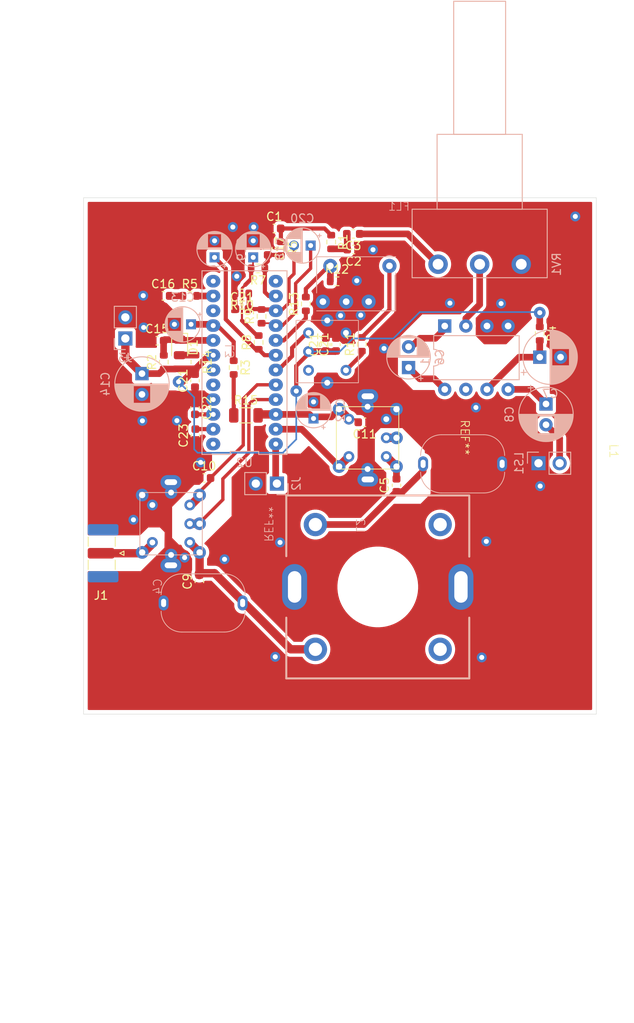
<source format=kicad_pcb>
(kicad_pcb (version 20240108) (generator "pcbnew") (generator_version "8.0")
  (layers (0 "F.Cu" signal) (31 "B.Cu" signal) (34 "B.Paste" user) (35 "F.Paste" user) (36 "B.SilkS" user "B.Silkscreen") (37 "F.SilkS" user "F.Silkscreen") (38 "B.Mask" user) (39 "F.Mask" user) (44 "Edge.Cuts" user))
  (net 0 "")
  (net 1 "GND")
  (net 2 "/AUD")
  (net 3 "Net-(C2-Pad2)")
  (net 4 "Net-(C3-Pad1)")
  (net 7 "Net-(C5-Pad2)")
  (net 8 "Net-(C6-Pad2)")
  (net 9 "Net-(C6-Pad1)")
  (net 10 "Net-(U1-V+)")
  (net 11 "Net-(C8-Pad1)")
  (net 12 "Net-(C8-Pad2)")
  (net 13 "Net-(C10-Pad2)")
  (net 14 "Net-(U2-REG_OUT)")
  (net 15 "Net-(U2-S_CRV)")
  (net 16 "VCC")
  (net 17 "Net-(D1-K)")
  (net 18 "Net-(C16-Pad2)")
  (net 19 "Net-(U2-AM_OUT)")
  (net 20 "Net-(C18-Pad1)")
  (net 21 "Net-(U2-AGC)")
  (net 22 "Net-(C20-Pad1)")
  (net 23 "Net-(C20-Pad2)")
  (net 24 "Net-(C22-Pad2)")
  (net 25 "Net-(C23-Pad2)")
  (net 26 "Net-(D1-A)")
  (net 27 "Net-(FL1-IN)")
  (net 28 "Net-(FL1-OUT)")
  (net 29 "Net-(J1-In)")
  (net 30 "Net-(J2-Pin_1)")
  (net 31 "Net-(U2-AM_OSC)")
  (net 32 "unconnected-(L1-Pad2)")
  (net 33 "Net-(L2-Pad2)")
  (net 35 "Net-(U2-AMIX_OUT)")
  (net 36 "Net-(L3-Pad5)")
  (net 37 "Net-(U2-S_MET)")
  (net 38 "Net-(U2-AIF_IN)")
  (net 39 "Net-(U1--)")
  (net 47 "Net-(C24-Pad2)")
  (net 48 "Net-(C25-Pad2)")
  (net 49 "Net-(R15-Pad1)")
  (footprint "Resistor_SMD:R_0603_1608Metric" (layer "F.Cu") (at 173.1 63.275)
    (property "Reference" "R5")
    (property "Value" "15k")
  )
  (footprint "Resistor_SMD:R_0603_1608Metric" (layer "F.Cu") (at 193.775 69.1 90)
    (property "Reference" "R11")
    (property "Value" "0R")
  )
  (footprint "Resistor_SMD:R_0603_1608Metric" (layer "F.Cu") (at 190.8 61.525)
    (property "Reference" "R12")
    (property "Value" "0R")
  )
  (footprint "Resistor_SMD:R_0603_1608Metric" (layer "F.Cu") (at 179.362879 62.995827 180)
    (property "Reference" "R10")
    (property "Value" "12k")
  )
  (footprint "Resistor_SMD:R_0603_1608Metric" (layer "F.Cu") (at 181.375 68.875 90)
    (property "Reference" "R8")
    (property "Value" "10k")
  )
  (footprint "Connector_Coaxial:SMA_Samtec_SMA-J-P-H-ST-EM1_EdgeMount" (layer "F.Cu") (at 162.425 94.225 180)
    (property "Reference" "J1")
    (property "Value" "Conn_Coaxial")
  )
  (footprint "Capacitor_SMD:C_0603_1608Metric" (layer "F.Cu") (at 169.175 68.675)
    (property "Reference" "C15")
    (property "Value" "47n")
  )
  (footprint "Resistor_SMD:R_0603_1608Metric" (layer "F.Cu") (at 187.05 64.25 90)
    (property "Reference" "R13")
    (property "Value" "0R")
  )
  (footprint "Capacitor_SMD:C_0603_1608Metric" (layer "F.Cu") (at 192.75 55.825 180)
    (property "Reference" "C3")
    (property "Value" "100nF")
  )
  (footprint "Resistor_SMD:R_0603_1608Metric" (layer "F.Cu") (at 169.975 71.25 90)
    (property "Reference" "R2")
    (property "Value" "1k")
  )
  (footprint "Capacitor_SMD:C_0603_1608Metric" (layer "F.Cu") (at 194.125 78.475 180)
    (property "Reference" "C11")
    (property "Value" "47n")
  )
  (footprint "Capacitor_SMD:C_0603_1608Metric" (layer "F.Cu") (at 173.725 76.75 -90)
    (property "Reference" "C22")
    (property "Value" "47n")
  )
  (footprint "Capacitor_SMD:C_0603_1608Metric" (layer "F.Cu") (at 190.675 69.125 90)
    (property "Reference" "C21")
    (property "Value" "22nF")
  )
  (footprint "Resistor_SMD:R_0603_1608Metric" (layer "F.Cu") (at 184.05 57.6 -90)
    (property "Reference" "R6")
    (property "Value" "3k3")
  )
  (footprint "Capacitor_SMD:C_0603_1608Metric" (layer "F.Cu") (at 173.725 73.475 90)
    (property "Reference" "C21")
    (property "Value" "22nF")
  )
  (footprint "Capacitor_SMD:C_0603_1608Metric" (layer "F.Cu") (at 179.370443 64.864436)
    (property "Reference" "C21")
    (property "Value" "22nF")
  )
  (footprint "Custom:Inductor_IF" (layer "F.Cu") (at 194.325 80.5 -90)
    (property "Reference" "REF**")
    (property "Value" "Inductor_IF")
  )
  (footprint "Resistor_SMD:R_0603_1608Metric" (layer "F.Cu") (at 190.1 56.8 -90)
    (property "Reference" "R1")
    (property "Value" "2K7")
  )
  (footprint "Resistor_SMD:R_0603_1608Metric" (layer "F.Cu") (at 173.775 71.225 -90)
    (property "Reference" "R14")
    (property "Value" "15k")
  )
  (footprint "Resistor_SMD:R_0603_1608Metric" (layer "F.Cu") (at 181.3 59.975 180)
    (property "Reference" "R7")
    (property "Value" "10k")
  )
  (footprint "Capacitor_SMD:C_0603_1608Metric" (layer "F.Cu") (at 182.475 57.575 -90)
    (property "Reference" "C17")
    (property "Value" "15n")
  )
  (footprint "Capacitor_SMD:C_0603_1608Metric" (layer "F.Cu") (at 174.25 97.625 90)
    (property "Reference" "C9")
    (property "Value" "15pF")
  )
  (footprint "Capacitor_SMD:C_0603_1608Metric" (layer "F.Cu") (at 169.9 63.275)
    (property "Reference" "C16")
    (property "Value" "47n")
  )
  (footprint "Capacitor_SMD:C_0603_1608Metric" (layer "F.Cu") (at 173.775 80.075 90)
    (property "Reference" "C23")
    (property "Value" "47n")
  )
  (footprint "Resistor_SMD:R_0603_1608Metric" (layer "F.Cu") (at 178.375 71.9 -90)
    (property "Reference" "R3")
    (property "Value" "15k")
  )
  (footprint "Capacitor_SMD:C_0603_1608Metric" (layer "F.Cu") (at 192.8 57.7 180)
    (property "Reference" "C2")
    (property "Value" "3.3nF")
  )
  (footprint "Resistor_SMD:R_0603_1608Metric" (layer "F.Cu") (at 181.727702 65.740923 90)
    (property "Reference" "R9")
    (property "Value" "5k1")
  )
  (footprint "Capacitor_SMD:C_0603_1608Metric" (layer "F.Cu") (at 174.825 85.175)
    (property "Reference" "C10")
    (property "Value" "47n")
  )
  (footprint "Capacitor_SMD:C_0603_1608Metric" (layer "F.Cu") (at 197.95 86.05 90)
    (property "Reference" "C5")
    (property "Value" "4.7nF")
  )
  (footprint "LED_SMD:LED_0805_2012Metric" (layer "F.Cu") (at 171.875 69.475 -90)
    (property "Reference" "D1")
    (property "Value" "LED")
  )
  (footprint "Resistor_SMD:R_0603_1608Metric" (layer "F.Cu") (at 215.175 67.825 -90)
    (property "Reference" "R4")
    (property "Value" "10R")
  )
  (footprint "Capacitor_SMD:C_0603_1608Metric" (layer "F.Cu") (at 183.25 55.175)
    (property "Reference" "C1")
    (property "Value" "10nF")
  )
  (footprint "Resistor_SMD:R_1206_3216Metric" (layer "F.Cu") (at 179.846034 77.644622)
    (property "Reference" "R15")
    (property "Value" "0R")
  )
  (footprint "Capacitor_SMD:C_0603_1608Metric" (layer "F.Cu") (at 189.45 69.125 90)
    (property "Reference" "C21")
    (property "Value" "22nF")
  )
  (footprint "Capacitor_THT:CP_Radial_D6.3mm_P2.50mm" (layer "B.Cu") (at 215.175 70.65)
    (property "Reference" "C7")
    (property "Value" "100uF")
  )
  (footprint "Capacitor_THT:CP_Radial_D5.0mm_P2.50mm" (layer "B.Cu") (at 199.4 71.9 90)
    (property "Reference" "C6")
    (property "Value" "10uF")
  )
  (footprint "Capacitor_THT:CP_Radial_D4.0mm_P2.00mm" (layer "B.Cu") (at 180.725 58.65 90)
    (property "Reference" "C18")
    (property "Value" "3,3µF")
  )
  (footprint "Capacitor_THT:CP_Radial_D4.0mm_P2.00mm" (layer "B.Cu") (at 187.975 78.0226 90)
    (property "Reference" "C12")
    (property "Value" "10µF")
  )
  (footprint "Capacitor_THT:CP_Radial_D4.0mm_P2.00mm" (layer "B.Cu") (at 187.625 57.225 180)
    (property "Reference" "C20")
    (property "Value" "10µF")
  )
  (footprint "Custom:DIP-24_296_ELL" (layer "B.Cu") (at 179.675 71.3 90)
    (property "Reference" "U2")
    (property "Value" "~")
  )
  (footprint "Custom:cap_trim" (layer "B.Cu") (at 174.7 100.2 90)
    (property "Reference" "C24" (hide yes))
    (property "Value" "C_Trim" (hide yes))
  )
  (footprint "Capacitor_THT:CP_Radial_D6.3mm_P2.50mm" (layer "B.Cu") (at 167.35 72.625 -90)
    (property "Reference" "C14")
    (property "Value" "100µF")
  )
  (footprint "Capacitor_THT:CP_Radial_D4.0mm_P2.00mm" (layer "B.Cu") (at 176.075 58.6476 90)
    (property "Reference" "C19")
    (property "Value" "4,7µF")
  )
  (footprint "Connector_PinHeader_2.54mm:PinHeader_1x02_P2.54mm_Vertical" (layer "B.Cu") (at 183.575 85.85 90)
    (property "Reference" "J2")
    (property "Value" "Conn_01x02_Pin")
  )
  (footprint "Package_DIP:DIP-8_W7.62mm" (layer "B.Cu") (at 203.75 66.9 -90)
    (property "Reference" "U1")
    (property "Value" "LM386")
  )
  (footprint "Custom:if_inductor_am" (layer "B.Cu") (at 174.275 94.125 90)
    (property "Reference" "L2")
    (property "Value" "~")
  )
  (footprint "Custom:cap_trim" (layer "B.Cu") (at 205.9 83.475 -90)
    (property "Reference" "C25" (hide yes))
    (property "Value" "C_Trim" (hide yes))
  )
  (footprint "Connector_PinHeader_2.54mm:PinHeader_1x02_P2.54mm_Vertical" (layer "B.Cu") (at 165.35 68.4)
    (property "Reference" "J3")
    (property "Value" "Conn_01x02_Pin")
  )
  (footprint "Capacitor_THT:CP_Radial_D4.0mm_P2.00mm" (layer "B.Cu") (at 173.2476 66.7 180)
    (property "Reference" "C13")
    (property "Value" "10µF")
  )
  (footprint "Custom:Inductor_IF" (layer "B.Cu") (at 189.775 70.125 -90)
    (property "Reference" "L3")
    (property "Value" "~")
  )
  (footprint "Potentiometer_THT:Potentiometer_Piher_PC-16_Single_Horizontal" (layer "B.Cu") (at 202.95 59.475 90)
    (property "Reference" "RV1")
    (property "Value" "10K")
  )
  (footprint "Connector_PinHeader_2.54mm:PinHeader_1x02_P2.54mm_Vertical" (layer "B.Cu") (at 215.025 83.4 -90)
    (property "Reference" "LS1")
    (property "Value" "Speaker")
  )
  (footprint "Custom:Inductor_IF" (layer "B.Cu") (at 170.7 90.525 90)
    (property "Reference" "REF**")
    (property "Value" "Inductor_IF")
  )
  (footprint "Custom:A55Ha" (layer "B.Cu") (at 197.1 59.675 180)
    (property "Reference" "FL1")
    (property "Value" "~")
  )
  (footprint "Custom:Variable_Capacitance" (layer "B.Cu") (at 195.7 98.275 -90)
    (property "Reference" "C4")
    (property "Value" "~")
  )
  (footprint "Capacitor_THT:CP_Radial_D6.3mm_P2.50mm" (layer "B.Cu") (at 215.925 76.275 -90)
    (property "Reference" "C8")
    (property "Value" "47uF")
  )
  (footprint "Custom:if_inductor_am" (layer "B.Cu") (at 197.95 83.8 90)
    (property "Reference" "L1")
    (property "Value" "~")
  )
  (gr_rect (start 160.325 51.475) (end 221.975 113.575) (stroke (width 0.05)) (fill none) (layer "Edge.Cuts"))
  (via (at 210.525 64.2) (size 1.2) (drill 0.6) (layers "F.Cu" "B.Cu") (net 1))
  (via (at 195.125 57.725) (size 1.2) (drill 0.6) (layers "F.Cu" "B.Cu") (net 1))
  (via (at 196.45 69.6) (size 1.2) (drill 0.6) (layers "F.Cu" "B.Cu") (net 1))
  (via (at 204.375 64.15) (size 1.2) (drill 0.6) (layers "F.Cu" "B.Cu") (net 1))
  (via (at 180.775 55) (size 1.2) (drill 0.6) (layers "F.Cu" "B.Cu") (net 1))
  (via (at 193.175 61.45) (size 1.2) (drill 0.6) (layers "F.Cu" "B.Cu") (net 1))
  (via (at 171.55 78.275) (size 1.2) (drill 0.6) (layers "F.Cu" "B.Cu") (net 1))
  (via (at 215.225 86.15) (size 1.2) (drill 0.6) (layers "F.Cu" "B.Cu") (net 1))
  (via (at 219.45 53.725) (size 1.2) (drill 0.6) (layers "F.Cu" "B.Cu") (net 1))
  (via (at 191.225 65.65) (size 1.2) (drill 0.6) (layers "F.Cu" "B.Cu") (net 1))
  (via (at 208.2 106.75) (size 1.2) (drill 0.6) (layers "F.Cu" "B.Cu") (net 1))
  (via (at 172.475 94.75) (size 1.2) (drill 0.6) (layers "F.Cu" "B.Cu") (net 1))
  (via (at 167.55 67.075) (size 1.2) (drill 0.6) (layers "F.Cu" "B.Cu") (net 1))
  (via (at 178.75 60.925) (size 1.2) (drill 0.6) (layers "F.Cu" "B.Cu") (net 1))
  (via (at 166.325 90.2) (size 1.2) (drill 0.6) (layers "F.Cu" "B.Cu") (net 1))
  (via (at 167.4 78.3) (size 1.2) (drill 0.6) (layers "F.Cu" "B.Cu") (net 1))
  (via (at 174.4 83.3) (size 1.2) (drill 0.6) (layers "F.Cu" "B.Cu") (net 1))
  (via (at 183.375 106.675) (size 1.2) (drill 0.6) (layers "F.Cu" "B.Cu") (net 1))
  (via (at 193.65 65.6) (size 1.2) (drill 0.6) (layers "F.Cu" "B.Cu") (net 1))
  (via (at 183.95 92.925) (size 1.2) (drill 0.6) (layers "F.Cu" "B.Cu") (net 1))
  (via (at 177.275 94.95) (size 1.2) (drill 0.6) (layers "F.Cu" "B.Cu") (net 1))
  (via (at 208.75 92.8) (size 1.2) (drill 0.6) (layers "F.Cu" "B.Cu") (net 1))
  (via (at 207.5 76.7) (size 1.2) (drill 0.6) (layers "F.Cu" "B.Cu") (net 1))
  (via (at 178.275 55) (size 1.2) (drill 0.6) (layers "F.Cu" "B.Cu") (net 1))
  (via (at 167.5 63.25) (size 1.2) (drill 0.6) (layers "F.Cu" "B.Cu") (net 1))
  (segment (start 189.3 55.175) (end 184.025 55.175) (width 0.5) (layer "F.Cu") (net 2))
  (segment (start 190.1 55.975) (end 189.3 55.175) (width 0.5) (layer "F.Cu") (net 2))
  (segment (start 184.05 55.2) (end 184.025 55.175) (width 0.5) (layer "F.Cu") (net 2))
  (segment (start 184.05 56.775) (end 184.05 55.2) (width 0.5) (layer "F.Cu") (net 2))
  (segment (start 191.95 57.625) (end 192.025 57.7) (width 0.8) (layer "F.Cu") (net 3))
  (segment (start 192.025 57.7) (end 192.025 55.875) (width 0.8) (layer "F.Cu") (net 3))
  (segment (start 190.1 57.625) (end 191.95 57.625) (width 0.8) (layer "F.Cu") (net 3))
  (segment (start 192.025 55.875) (end 191.975 55.825) (width 0.8) (layer "F.Cu") (net 3))
  (segment (start 193.525 55.825) (end 199.3 55.825) (width 0.8) (layer "F.Cu") (net 4))
  (segment (start 199.3 55.825) (end 202.95 59.475) (width 0.8) (layer "F.Cu") (net 4))
  (segment (start 196.75 82.6) (end 197.95 83.8) (width 1) (layer "F.Cu") (net 7))
  (segment (start 196.725 82.6) (end 196.75 82.6) (width 1) (layer "F.Cu") (net 7))
  (segment (start 197.95 85.275) (end 197.95 83.8) (width 0.8) (layer "F.Cu") (net 7))
  (segment (start 202.625 68.375) (end 203.75 67.25) (width 0.8) (layer "F.Cu") (net 8))
  (segment (start 199.75 69.4) (end 200.775 68.375) (width 0.8) (layer "F.Cu") (net 8))
  (segment (start 200.775 68.375) (end 202.625 68.375) (width 0.8) (layer "F.Cu") (net 8))
  (segment (start 200.75 73.25) (end 202.48 73.25) (width 0.8) (layer "F.Cu") (net 9))
  (segment (start 202.48 73.25) (end 203.75 74.52) (width 0.8) (layer "F.Cu") (net 9))
  (segment (start 199.4 71.9) (end 200.75 73.25) (width 0.8) (layer "F.Cu") (net 9))
  (segment (start 215.175 68.65) (end 215.175 70.65) (width 0.8) (layer "F.Cu") (net 10))
  (segment (start 208.83 74.52) (end 212.7 70.65) (width 0.8) (layer "F.Cu") (net 10))
  (segment (start 212.7 70.65) (end 215.175 70.65) (width 0.8) (layer "F.Cu") (net 10))
  (segment (start 214.17 74.52) (end 215.925 76.275) (width 0.8) (layer "F.Cu") (net 11))
  (segment (start 211.37 74.52) (end 214.17 74.52) (width 0.8) (layer "F.Cu") (net 11))
  (segment (start 215.925 78.775) (end 217.565 80.415) (width 0.8) (layer "F.Cu") (net 12))
  (segment (start 217.565 80.415) (end 217.565 83.4) (width 0.8) (layer "F.Cu") (net 12))
  (segment (start 181.205 73.97) (end 183.435 73.97) (width 0.4) (layer "F.Cu") (net 13))
  (segment (start 174.35 86.775) (end 175.65 85.475) (width 0.4) (layer "F.Cu") (net 13))
  (segment (start 179.525 75.65) (end 181.205 73.97) (width 0.4) (layer "F.Cu") (net 13))
  (segment (start 175.65 85.1) (end 179.525 81.225) (width 0.4) (layer "F.Cu") (net 13))
  (segment (start 173.15 88.55) (end 173.15 88.525) (width 1) (layer "F.Cu") (net 13))
  (segment (start 174.35 87.325) (end 174.35 86.775) (width 0.4) (layer "F.Cu") (net 13))
  (segment (start 175.65 85.475) (end 175.65 85.1) (width 0.4) (layer "F.Cu") (net 13))
  (segment (start 179.525 81.225) (end 179.525 75.65) (width 0.4) (layer "F.Cu") (net 13))
  (segment (start 173.15 88.525) (end 174.35 87.325) (width 1) (layer "F.Cu") (net 13))
  (segment (start 191.05 76.9) (end 190.125 77.825) (width 0.8) (layer "F.Cu") (net 14))
  (segment (start 192.975 78.1) (end 193.35 78.475) (width 0.2) (layer "F.Cu") (net 14))
  (segment (start 192.225 78.1) (end 192.225 78.075) (width 1) (layer "F.Cu") (net 14))
  (segment (start 181.308534 77.644622) (end 181.423156 77.53) (width 1) (layer "F.Cu") (net 14))
  (segment (start 187.975 78.0226) (end 187.4824 77.53) (width 0.8) (layer "F.Cu") (net 14))
  (segment (start 192.225 78.075) (end 191.05 76.9) (width 1) (layer "F.Cu") (net 14))
  (segment (start 187.4824 77.53) (end 183.435 77.53) (width 0.8) (layer "F.Cu") (net 14))
  (segment (start 188.1726 77.825) (end 187.975 78.0226) (width 0.8) (layer "F.Cu") (net 14))
  (segment (start 190.125 77.825) (end 188.1726 77.825) (width 0.8) (layer "F.Cu") (net 14))
  (segment (start 181.423156 77.53) (end 183.435 77.53) (width 1) (layer "F.Cu") (net 14))
  (segment (start 192.225 78.1) (end 192.975 78.1) (width 0.2) (layer "F.Cu") (net 14))
  (segment (start 176.425 66.85) (end 178.375 68.8) (width 0.5) (layer "F.Cu") (net 15))
  (segment (start 175.765 66.7) (end 175.915 66.85) (width 0.8) (layer "F.Cu") (net 15))
  (segment (start 173.2476 66.7) (end 175.765 66.7) (width 0.8) (layer "F.Cu") (net 15))
  (segment (start 175.915 66.85) (end 176.425 66.85) (width 0.5) (layer "F.Cu") (net 15))
  (segment (start 178.375 68.8) (end 178.375 71.075) (width 0.5) (layer "F.Cu") (net 15))
  (segment (start 169.425 72.625) (end 169.975 72.075) (width 0.8) (layer "F.Cu") (net 16))
  (segment (start 173.775 72.05) (end 173.8 72.05) (width 0.8) (layer "F.Cu") (net 16))
  (segment (start 185.95 74.725) (end 185.85 74.625) (width 0.2) (layer "F.Cu") (net 16))
  (segment (start 167.35 72.625) (end 169.425 72.625) (width 0.8) (layer "F.Cu") (net 16))
  (segment (start 165.35 70.625) (end 167.35 72.625) (width 1) (layer "F.Cu") (net 16))
  (segment (start 185.9 71.7) (end 187.375 70.225) (width 0.5) (layer "F.Cu") (net 16))
  (segment (start 187.375 69.975) (end 190.6 69.975) (width 0.8) (layer "F.Cu") (net 16))
  (segment (start 185.9 74.725) (end 185.9 71.7) (width 0.5) (layer "F.Cu") (net 16))
  (segment (start 171.75 73.6) (end 172.225 73.6) (width 0.8) (layer "F.Cu") (net 16))
  (segment (start 172.225 73.6) (end 173.775 72.05) (width 0.8) (layer "F.Cu") (net 16))
  (segment (start 171.3 72.05) (end 173.775 72.05) (width 0.8) (layer "F.Cu") (net 16))
  (segment (start 187.375 70.225) (end 187.375 69.975) (width 0.5) (layer "F.Cu") (net 16))
  (segment (start 175.44 70.41) (end 175.915 70.41) (width 0.8) (layer "F.Cu") (net 16))
  (segment (start 215.175 65.3) (end 215.175 67) (width 0.8) (layer "F.Cu") (net 16))
  (segment (start 165.35 68.4) (end 165.35 70.625) (width 1) (layer "F.Cu") (net 16))
  (segment (start 169.975 72.075) (end 171.275 72.075) (width 0.8) (layer "F.Cu") (net 16))
  (segment (start 171.275 72.075) (end 171.3 72.05) (width 0.8) (layer "F.Cu") (net 16))
  (segment (start 173.8 72.05) (end 175.44 70.41) (width 0.8) (layer "F.Cu") (net 16))
  (segment (start 185.9 74.725) (end 185.95 74.725) (width 0.2) (layer "F.Cu") (net 16))
  (segment (start 190.6 69.975) (end 190.675 69.9) (width 0.8) (layer "F.Cu") (net 16))
  (via (at 171.75 73.6) (size 1.4) (drill 0.6) (layers "F.Cu" "B.Cu") (net 16))
  (via (at 185.9 74.725) (size 1.4) (drill 0.6) (layers "F.Cu" "B.Cu") (net 16))
  (via (at 215.175 65.3) (size 1.4) (drill 0.6) (layers "F.Cu" "B.Cu") (net 16))
  (segment (start 173.625 81.723105) (end 174.041895 82.14) (width 0.2) (layer "B.Cu") (net 16))
  (segment (start 173.625 75.475) (end 173.625 81.723105) (width 0.2) (layer "B.Cu") (net 16))
  (segment (start 215.175 65.3) (end 215.1 65.225) (width 0.2) (layer "B.Cu") (net 16))
  (segment (start 215.1 65.225) (end 200.75 65.225) (width 0.2) (layer "B.Cu") (net 16))
  (segment (start 184.285 82.14) (end 185.9 80.525) (width 0.2) (layer "B.Cu") (net 16))
  (segment (start 185.9 80.525) (end 185.9 74.725) (width 0.2) (layer "B.Cu") (net 16))
  (segment (start 200.75 65.225) (end 197.575 68.4) (width 0.2) (layer "B.Cu") (net 16))
  (segment (start 171.75 73.6) (end 173.625 75.475) (width 0.2) (layer "B.Cu") (net 16))
  (segment (start 197.575 68.4) (end 192.7 68.4) (width 0.2) (layer "B.Cu") (net 16))
  (segment (start 192.7 68.4) (end 191.125 69.975) (width 0.2) (layer "B.Cu") (net 16))
  (segment (start 191.125 69.975) (end 187.375 69.975) (width 0.2) (layer "B.Cu") (net 16))
  (segment (start 174.041895 82.14) (end 184.285 82.14) (width 0.2) (layer "B.Cu") (net 16))
  (segment (start 171.9675 68.63) (end 175.915 68.63) (width 0.8) (layer "F.Cu") (net 17))
  (segment (start 171.875 68.5375) (end 171.9675 68.63) (width 0.8) (layer "F.Cu") (net 17))
  (segment (start 170.0875 68.5375) (end 169.95 68.675) (width 0.8) (layer "F.Cu") (net 17))
  (segment (start 169.95 70.4) (end 169.975 70.425) (width 0.8) (layer "F.Cu") (net 17))
  (segment (start 171.875 68.5375) (end 170.0875 68.5375) (width 0.8) (layer "F.Cu") (net 17))
  (segment (start 169.95 68.675) (end 169.95 70.4) (width 0.8) (layer "F.Cu") (net 17))
  (segment (start 172.275 63.275) (end 170.675 63.275) (width 0.8) (layer "F.Cu") (net 18))
  (segment (start 182.125 59.975) (end 182.125 59.45) (width 0.5) (layer "F.Cu") (net 19))
  (segment (start 183.435 63.29) (end 182.59 63.29) (width 0.5) (layer "F.Cu") (net 19))
  (segment (start 182.125 59.45) (end 182.475 59.1) (width 0.5) (layer "F.Cu") (net 19))
  (segment (start 182.475 58.35) (end 183.975 58.35) (width 0.5) (layer "F.Cu") (net 19))
  (segment (start 183.975 58.35) (end 184.05 58.425) (width 0.5) (layer "F.Cu") (net 19))
  (segment (start 182.59 63.29) (end 182.125 62.825) (width 0.5) (layer "F.Cu") (net 19))
  (segment (start 182.475 59.1) (end 182.475 58.35) (width 0.5) (layer "F.Cu") (net 19))
  (segment (start 182.125 62.825) (end 182.125 59.975) (width 0.5) (layer "F.Cu") (net 19))
  (segment (start 180.725 58.65) (end 180.7 58.675) (width 0.2) (layer "F.Cu") (net 20))
  (segment (start 179.375 62.35) (end 179.775 61.95) (width 0.3) (layer "F.Cu") (net 20))
  (segment (start 180.7 58.675) (end 180.7 59.75) (width 0.2) (layer "F.Cu") (net 20))
  (segment (start 180.475 61.25) (end 180.475 59.975) (width 0.5) (layer "F.Cu") (net 20))
  (segment (start 179.775 61.95) (end 180.475 61.25) (width 0.5) (layer "F.Cu") (net 20))
  (segment (start 180.7 59.75) (end 180.475 59.975) (width 0.2) (layer "F.Cu") (net 20))
  (segment (start 179.375 66.25) (end 181.175 68.05) (width 0.5) (layer "F.Cu") (net 20))
  (segment (start 181.175 68.05) (end 181.375 68.05) (width 0.5) (layer "F.Cu") (net 20))
  (segment (start 179.370443 63.879557) (end 179.375 63.875) (width 0.25) (layer "F.Cu") (net 20))
  (segment (start 179.370443 66.245443) (end 179.370443 63.879557) (width 0.25) (layer "F.Cu") (net 20))
  (segment (start 179.375 66.25) (end 179.370443 66.245443) (width 0.25) (layer "F.Cu") (net 20))
  (segment (start 179.375 63.875) (end 179.375 62.35) (width 0.3) (layer "F.Cu") (net 20))
  (segment (start 177.425 59.9976) (end 176.075 58.6476) (width 0.5) (layer "F.Cu") (net 21))
  (segment (start 181.375 69.7) (end 181.025 69.7) (width 0.5) (layer "F.Cu") (net 21))
  (segment (start 177.425 66.1) (end 177.425 59.9976) (width 0.5) (layer "F.Cu") (net 21))
  (segment (start 182.085 70.41) (end 181.375 69.7) (width 0.5) (layer "F.Cu") (net 21))
  (segment (start 181.025 69.7) (end 177.425 66.1) (width 0.5) (layer "F.Cu") (net 21))
  (segment (start 183.435 70.41) (end 182.085 70.41) (width 0.5) (layer "F.Cu") (net 21))
  (segment (start 181.727702 66.565923) (end 183.150923 66.565923) (width 0.2) (layer "F.Cu") (net 22))
  (segment (start 185.825 65.25) (end 185.825 61.775) (width 0.4) (layer "F.Cu") (net 22))
  (segment (start 183.150923 66.565923) (end 183.435 66.85) (width 0.2) (layer "F.Cu") (net 22))
  (segment (start 187.625 59.975) (end 187.625 57.225) (width 0.4) (layer "F.Cu") (net 22))
  (segment (start 183.435 66.85) (end 184.225 66.85) (width 0.4) (layer "F.Cu") (net 22))
  (segment (start 184.225 66.85) (end 185.825 65.25) (width 0.4) (layer "F.Cu") (net 22))
  (segment (start 185.825 61.775) (end 187.625 59.975) (width 0.4) (layer "F.Cu") (net 22))
  (segment (start 180.145443 64.864436) (end 181.676215 64.864436) (width 0.5) (layer "F.Cu") (net 23))
  (segment (start 180.187879 62.995827) (end 180.187879 64.822) (width 0.5) (layer "F.Cu") (net 23))
  (segment (start 185.025 61.225) (end 185.625 60.625) (width 0.4) (layer "F.Cu") (net 23))
  (segment (start 183.280923 64.915923) (end 181.727702 64.915923) (width 0.5) (layer "F.Cu") (net 23))
  (segment (start 185.025 64.125) (end 185.025 61.225) (width 0.4) (layer "F.Cu") (net 23))
  (segment (start 185.625 60.625) (end 185.625 57.225) (width 0.4) (layer "F.Cu") (net 23))
  (segment (start 183.435 65.07) (end 184.08 65.07) (width 0.4) (layer "F.Cu") (net 23))
  (segment (start 183.435 65.07) (end 183.280923 64.915923) (width 0.5) (layer "F.Cu") (net 23))
  (segment (start 184.08 65.07) (end 185.025 64.125) (width 0.4) (layer "F.Cu") (net 23))
  (segment (start 180.187879 64.822) (end 180.145443 64.864436) (width 0.5) (layer "F.Cu") (net 23))
  (segment (start 181.676215 64.864436) (end 181.727702 64.915923) (width 0.5) (layer "F.Cu") (net 23))
  (segment (start 173.87 77.53) (end 173.85 77.55) (width 0.5) (layer "F.Cu") (net 24))
  (segment (start 175.915 77.53) (end 173.87 77.53) (width 0.5) (layer "F.Cu") (net 24))
  (segment (start 175.915 79.31) (end 175.905 79.3) (width 0.5) (layer "F.Cu") (net 25))
  (segment (start 175.905 79.3) (end 173.775 79.3) (width 0.5) (layer "F.Cu") (net 25))
  (segment (start 173.775 70.4) (end 171.8875 70.4) (width 0.8) (layer "F.Cu") (net 26))
  (segment (start 171.8875 70.4) (end 171.875 70.4125) (width 0.8) (layer "F.Cu") (net 26))
  (segment (start 197.1 64.95) (end 197.1 59.675) (width 0.5) (layer "F.Cu") (net 27))
  (segment (start 193.775 68.275) (end 197.1 64.95) (width 0.5) (layer "F.Cu") (net 27))
  (segment (start 189.8 59.675) (end 190 59.675) (width 0.5) (layer "F.Cu") (net 28))
  (segment (start 187.05 62.425) (end 189.8 59.675) (width 0.5) (layer "F.Cu") (net 28))
  (segment (start 187.05 63.425) (end 187.05 62.425) (width 0.5) (layer "F.Cu") (net 28))
  (segment (start 190 59.675) (end 190 61.5) (width 0.8) (layer "F.Cu") (net 28))
  (segment (start 190 61.5) (end 189.975 61.525) (width 0.8) (layer "F.Cu") (net 28))
  (segment (start 167.475 94.225) (end 168.65 93.05) (width 1) (layer "F.Cu") (net 29))
  (segment (start 167.45 94.225) (end 167.475 94.225) (width 1) (layer "F.Cu") (net 29))
  (segment (start 162.425 94.225) (end 167.45 94.225) (width 1) (layer "F.Cu") (net 29))
  (segment (start 183.425 81.1) (end 183.435 81.09) (width 0.8) (layer "F.Cu") (net 30))
  (segment (start 183.425 85.7) (end 183.425 81.1) (width 0.8) (layer "F.Cu") (net 30))
  (segment (start 183.575 85.85) (end 183.425 85.7) (width 0.8) (layer "F.Cu") (net 30))
  (segment (start 186.56 79.31) (end 183.435 79.31) (width 0.8) (layer "F.Cu") (net 31))
  (segment (start 191.05 83.775) (end 192.225 82.6) (width 1) (layer "F.Cu") (net 31))
  (segment (start 191.05 83.8) (end 191.05 83.775) (width 1) (layer "F.Cu") (net 31))
  (segment (start 191.05 83.8) (end 186.56 79.31) (width 0.8) (layer "F.Cu") (net 31))
  (segment (start 196.725 80.35) (end 197.95 80.35) (width 1) (layer "F.Cu") (net 32))
  (segment (start 180.2 76.325) (end 180.775 75.75) (width 0.4) (layer "F.Cu") (net 33))
  (segment (start 177.075 87.775) (end 177.075 85.275) (width 0.4) (layer "F.Cu") (net 33))
  (segment (start 173.1 90.675) (end 174.275 90.675) (width 1) (layer "F.Cu") (net 33))
  (segment (start 177.075 85.275) (end 180.2 82.15) (width 0.4) (layer "F.Cu") (net 33))
  (segment (start 174.275 90.575) (end 177.075 87.775) (width 0.4) (layer "F.Cu") (net 33))
  (segment (start 174.275 90.675) (end 174.275 90.575) (width 0.4) (layer "F.Cu") (net 33))
  (segment (start 180.2 82.15) (end 180.2 76.325) (width 0.4) (layer "F.Cu") (net 33))
  (segment (start 180.775 75.75) (end 183.435 75.75) (width 0.4) (layer "F.Cu") (net 33))
  (segment (start 185.4 69.525) (end 187.2 67.725) (width 0.5) (layer "F.Cu") (net 35))
  (segment (start 187.2 67.725) (end 187.375 67.725) (width 0.5) (layer "F.Cu") (net 35))
  (segment (start 183.435 72.19) (end 183.735 72.19) (width 0.5) (layer "F.Cu") (net 35))
  (segment (start 183.735 72.19) (end 185.4 70.525) (width 0.5) (layer "F.Cu") (net 35))
  (segment (start 185.4 70.525) (end 185.4 69.525) (width 0.5) (layer "F.Cu") (net 35))
  (segment (start 191.875 72.225) (end 193.775 70.325) (width 0.5) (layer "F.Cu") (net 36))
  (segment (start 193.775 70.325) (end 193.775 69.925) (width 0.5) (layer "F.Cu") (net 36))
  (segment (start 173.94 63.29) (end 173.925 63.275) (width 0.8) (layer "F.Cu") (net 37))
  (segment (start 175.915 63.29) (end 173.94 63.29) (width 0.8) (layer "F.Cu") (net 37))
  (segment (start 183.435 68.63) (end 184.395 68.63) (width 0.5) (layer "F.Cu") (net 38))
  (segment (start 184.395 68.63) (end 187.05 65.975) (width 0.5) (layer "F.Cu") (net 38))
  (segment (start 187.05 65.975) (end 187.05 65.075) (width 0.5) (layer "F.Cu") (net 38))
  (segment (start 206.29 66.9) (end 206.29 65.985) (width 0.8) (layer "F.Cu") (net 39))
  (segment (start 206.29 65.985) (end 207.95 64.325) (width 0.8) (layer "F.Cu") (net 39))
  (segment (start 207.95 64.325) (end 207.95 59.475) (width 0.8) (layer "F.Cu") (net 39))
  (segment (start 188.2 105.775) (end 185.225 105.775) (width 1) (layer "F.Cu") (net 47))
  (segment (start 173.1 92.95) (end 174.275 94.125) (width 1) (layer "F.Cu") (net 47))
  (segment (start 174.25 96.85) (end 174.275 96.825) (width 1) (layer "F.Cu") (net 47))
  (segment (start 174.2 96.625) (end 174.2 96.8) (width 1) (layer "F.Cu") (net 47))
  (segment (start 176.075 96.625) (end 174.2 96.625) (width 1) (layer "F.Cu") (net 47))
  (segment (start 174.2 96.8) (end 174.25 96.85) (width 1) (layer "F.Cu") (net 47))
  (segment (start 174.275 96.825) (end 174.275 94.125) (width 1) (layer "F.Cu") (net 47))
  (segment (start 173.1 92.925) (end 173.1 92.95) (width 1) (layer "F.Cu") (net 47))
  (segment (start 185.225 105.775) (end 176.075 96.625) (width 1) (layer "F.Cu") (net 47))
  (segment (start 197.95 86.825) (end 194 90.775) (width 0.8) (layer "F.Cu") (net 48))
  (segment (start 201.15 84.35) (end 198.675 86.825) (width 0.8) (layer "F.Cu") (net 48))
  (segment (start 198.675 86.825) (end 197.95 86.825) (width 0.8) (layer "F.Cu") (net 48))
  (segment (start 201.15 83.475) (end 201.15 84.35) (width 0.8) (layer "F.Cu") (net 48))
  (segment (start 194 90.775) (end 188.2 90.775) (width 0.8) (layer "F.Cu") (net 48))
  (segment (start 178.375 72.725) (end 178.375 75.582932) (width 0.5) (layer "F.Cu") (net 49))
  (segment (start 178.383534 75.591466) (end 178.383534 77.644622) (width 0.5) (layer "F.Cu") (net 49))
  (segment (start 178.375 75.582932) (end 178.383534 75.591466) (width 0.5) (layer "F.Cu") (net 49))
  (zone (net 0) (net_name "") (layer "F.Cu") (connect_pads (clearance 0)) (min_thickness 0.25)
    (keepout (tracks allowed) (vias allowed) (pads allowed) (copperpour not_allowed) (footprints allowed))
    (fill (thermal_gap 0.5) (thermal_bridge_width 0.5))
    (polygon (pts (xy 193.275 82.575) (xy 193.275 79.05) (xy 191.025 77.9) (xy 186.725 78.8) (xy 189.8 82.525)))
  )
  (zone (net 0) (net_name "") (layer "F.Cu") (connect_pads (clearance 0)) (min_thickness 0.25)
    (keepout (tracks allowed) (vias allowed) (pads allowed) (copperpour not_allowed) (footprints allowed))
    (fill (thermal_gap 0.5) (thermal_bridge_width 0.5))
    (polygon (pts (xy 216.375 71.4) (xy 216.375 75.375) (xy 214.625 75.15) (xy 211.425 74.6) (xy 210.725 73.35) (xy 212.675 70.525) (xy 215.95 70.975)))
  )
  (zone (net 0) (net_name "") (layer "F.Cu") (connect_pads (clearance 0)) (min_thickness 0.25)
    (keepout (tracks allowed) (vias allowed) (pads allowed) (copperpour not_allowed) (footprints allowed))
    (fill (thermal_gap 0.5) (thermal_bridge_width 0.5))
    (polygon (pts (xy 177.775 65.35) (xy 179.125 65.35) (xy 178.85 66.525) (xy 178.2 66.325) (xy 177.725 65.6)))
  )
  (zone (net 0) (net_name "") (layer "F.Cu") (connect_pads (clearance 0)) (min_thickness 0.25)
    (keepout (tracks allowed) (vias allowed) (pads allowed) (copperpour not_allowed) (footprints allowed))
    (fill (thermal_gap 0.5) (thermal_bridge_width 0.5))
    (polygon (pts (xy 175.275 74.65) (xy 169.425 74.65) (xy 168.475 73.7) (xy 165.325 69.525) (xy 170.825 69.525)))
  )
  (zone (net 0) (net_name "") (layer "F.Cu") (connect_pads (clearance 0)) (min_thickness 0.25)
    (keepout (tracks allowed) (vias allowed) (pads allowed) (copperpour not_allowed) (footprints allowed))
    (fill (thermal_gap 0.5) (thermal_bridge_width 0.5))
    (polygon (pts (xy 175.775 84.65) (xy 177.875 84.65) (xy 178.075 68.4) (xy 175.95 67.95) (xy 175.775 71.625)))
  )
  (zone (net 0) (net_name "") (layer "F.Cu") (connect_pads (clearance 0)) (min_thickness 0.25)
    (keepout (tracks allowed) (vias allowed) (pads allowed) (copperpour not_allowed) (footprints allowed))
    (fill (thermal_gap 0.5) (thermal_bridge_width 0.5))
    (polygon (pts (xy 207.475 65.975) (xy 207.475 68.1) (xy 208.475 69.1) (xy 211.15 69.1) (xy 214.5 65.75) (xy 215.175 67.825) (xy 214.525 69.675) (xy 211.85 70.85) (xy 208.8 74.525) (xy 203.45 74.6) (xy 199.95 74.6) (xy 198.125 72.775) (xy 198.125 68.425) (xy 201.05 65.5) (xy 207 65.5)))
  )
  (zone (net 0) (net_name "") (layer "F.Cu") (connect_pads (clearance 0)) (min_thickness 0.25)
    (keepout (tracks allowed) (vias allowed) (pads allowed) (copperpour not_allowed) (footprints allowed))
    (fill (thermal_gap 0.5) (thermal_bridge_width 0.5))
    (polygon (pts (xy 188.025 72.975) (xy 188.025 73.975) (xy 187.275 74.725) (xy 187.275 76.8) (xy 184.25 76.95) (xy 184.175 74.05) (xy 186.75 72.4)))
  )
  (zone (net 0) (net_name "") (layer "F.Cu") (connect_pads (clearance 0)) (min_thickness 0.25)
    (keepout (tracks allowed) (vias allowed) (pads allowed) (copperpour not_allowed) (footprints allowed))
    (fill (thermal_gap 0.5) (thermal_bridge_width 0.5))
    (polygon (pts (xy 184.2 82.25) (xy 186.425 82.25) (xy 187.475 81.2) (xy 186.35 79.2) (xy 184.35 79.525) (xy 184.05 82.05)))
  )
  (zone (net 0) (net_name "") (layer "F.Cu") (connect_pads (clearance 0)) (min_thickness 0.25)
    (keepout (tracks allowed) (vias allowed) (pads allowed) (copperpour not_allowed) (footprints allowed))
    (fill (thermal_gap 0.5) (thermal_bridge_width 0.5))
    (polygon (pts (xy 178.125 85) (xy 178.125 89.75) (xy 174.65 93.2) (xy 171.8 93.2) (xy 170.975 92.375) (xy 170.975 88.65) (xy 173.625 86) (xy 174.525 86)))
  )
  (zone (net 0) (net_name "") (layer "F.Cu") (connect_pads (clearance 0)) (min_thickness 0.25)
    (keepout (tracks allowed) (vias allowed) (pads allowed) (copperpour not_allowed) (footprints allowed))
    (fill (thermal_gap 0.5) (thermal_bridge_width 0.5))
    (polygon (pts (xy 187.025 66.45) (xy 187.8 66.45) (xy 189.675 68.325) (xy 190.725 68.325) (xy 191.45 69.05) (xy 192.925 69.05) (xy 192.975 69.975) (xy 190.75 72.5) (xy 188.05 72.5) (xy 187 71.325) (xy 187.025 68.5)))
  )
  (zone (net 0) (net_name "") (layer "F.Cu") (connect_pads (clearance 0)) (min_thickness 0.25)
    (keepout (tracks allowed) (vias allowed) (pads allowed) (copperpour not_allowed) (footprints allowed))
    (fill (thermal_gap 0.5) (thermal_bridge_width 0.5))
    (polygon (pts (xy 198.65 79.175) (xy 201.35 81.875) (xy 201.375 83.45) (xy 202.05 84.125) (xy 202.05 87.075) (xy 200.85 88.275) (xy 196.725 88.275) (xy 196.725 84.525) (xy 195.35 83.15) (xy 195.35 79.875) (xy 196.05 79.175) (xy 198.55 79.175)))
  )
  (zone (net 1) (net_name "GND") (layer "F.Cu") (connect_pads yes (clearance 0.4)) (min_thickness 0.25) (fill yes (thermal_gap 0.5) (thermal_bridge_width 0.5))
    (polygon (pts (xy 156.2 48.1) (xy 156.125 116.075) (xy 226.525 116.075) (xy 225.4 48.35)))
  )
  (zone (net 0) (net_name "") (layer "F.Cu") (connect_pads (clearance 0)) (min_thickness 0.25)
    (keepout (tracks allowed) (vias allowed) (pads allowed) (copperpour not_allowed) (footprints allowed))
    (fill (thermal_gap 0.5) (thermal_bridge_width 0.5))
    (polygon (pts (xy 172.25 66.075) (xy 170.2 64.025) (xy 173.15 63.65) (xy 175.125 64.05) (xy 175 66.1)))
  )
  (zone (net 0) (net_name "") (layer "F.Cu") (connect_pads (clearance 0)) (min_thickness 0.25)
    (keepout (tracks allowed) (vias allowed) (pads allowed) (copperpour not_allowed) (footprints allowed))
    (fill (thermal_gap 0.5) (thermal_bridge_width 0.5))
    (polygon (pts (xy 190.15 59.8) (xy 191.55 58.4) (xy 190.325 58.1) (xy 189.85 56.7) (xy 189.3 55.6) (xy 184.525 55.45) (xy 184.525 57.475) (xy 187.975 57.4) (xy 187.9 59.6) (xy 189.025 59.975)))
  )
  (zone (net 0) (net_name "") (layer "F.Cu") (connect_pads (clearance 0)) (min_thickness 0.25)
    (keepout (tracks allowed) (vias allowed) (pads allowed) (copperpour not_allowed) (footprints allowed))
    (fill (thermal_gap 0.5) (thermal_bridge_width 0.5))
    (polygon (pts (xy 160.525 96.375) (xy 167.2 96.375) (xy 170.05 93.55) (xy 170.075 91.7) (xy 169.5 91.125) (xy 168.1 91.125) (xy 167.15 92.05) (xy 167.125 92.075) (xy 160.5 92.075)))
  )
)
</source>
